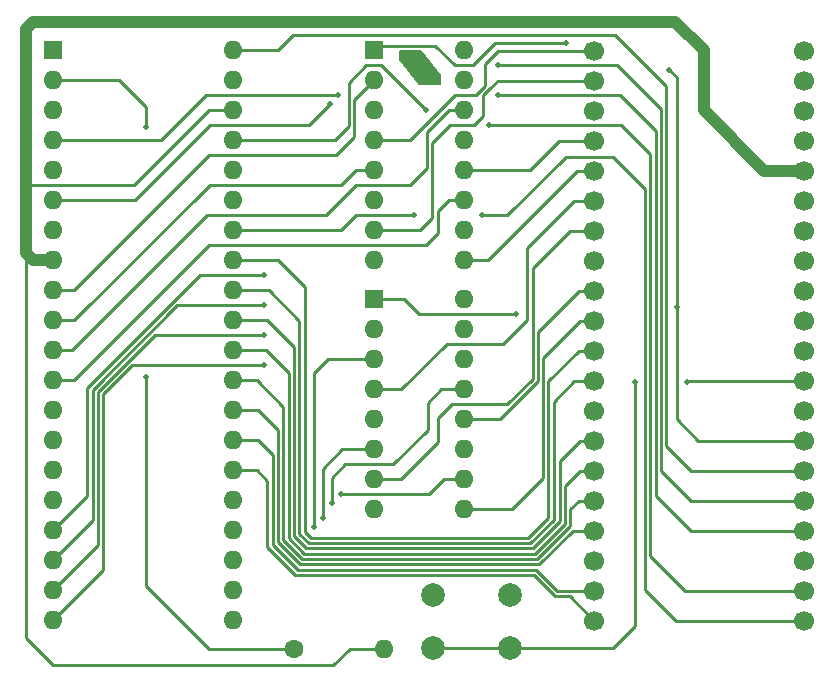
<source format=gbr>
%TF.GenerationSoftware,KiCad,Pcbnew,(6.0.8)*%
%TF.CreationDate,2022-11-05T16:02:49+08:00*%
%TF.ProjectId,pico_apple1,7069636f-5f61-4707-906c-65312e6b6963,rev?*%
%TF.SameCoordinates,Original*%
%TF.FileFunction,Copper,L1,Top*%
%TF.FilePolarity,Positive*%
%FSLAX46Y46*%
G04 Gerber Fmt 4.6, Leading zero omitted, Abs format (unit mm)*
G04 Created by KiCad (PCBNEW (6.0.8)) date 2022-11-05 16:02:49*
%MOMM*%
%LPD*%
G01*
G04 APERTURE LIST*
%TA.AperFunction,ComponentPad*%
%ADD10C,1.700000*%
%TD*%
%TA.AperFunction,ComponentPad*%
%ADD11O,1.600000X1.600000*%
%TD*%
%TA.AperFunction,ComponentPad*%
%ADD12R,1.600000X1.600000*%
%TD*%
%TA.AperFunction,ComponentPad*%
%ADD13C,2.000000*%
%TD*%
%TA.AperFunction,ComponentPad*%
%ADD14C,1.600000*%
%TD*%
%TA.AperFunction,ViaPad*%
%ADD15C,0.500000*%
%TD*%
%TA.AperFunction,ViaPad*%
%ADD16C,1.000000*%
%TD*%
%TA.AperFunction,Conductor*%
%ADD17C,0.250000*%
%TD*%
%TA.AperFunction,Conductor*%
%ADD18C,1.000000*%
%TD*%
G04 APERTURE END LIST*
D10*
%TO.P,U4,1,GP0*%
%TO.N,Net-(U2-Pad4)*%
X77724000Y-40949000D03*
%TO.P,U4,2,GP1*%
%TO.N,Net-(U2-Pad7)*%
X77724000Y-43489000D03*
%TO.P,U4,3,GND*%
%TO.N,GND*%
X77724000Y-46029000D03*
%TO.P,U4,4,GP2*%
%TO.N,Net-(U2-Pad12)*%
X77724000Y-48569000D03*
%TO.P,U4,5,GP3*%
%TO.N,Net-(U2-Pad9)*%
X77724000Y-51109000D03*
%TO.P,U4,6,GP4*%
%TO.N,Net-(U3-Pad4)*%
X77724000Y-53649000D03*
%TO.P,U4,7,GP5*%
%TO.N,Net-(U3-Pad7)*%
X77724000Y-56189000D03*
%TO.P,U4,8,GND*%
%TO.N,GND*%
X77724000Y-58729000D03*
%TO.P,U4,9,GP6*%
%TO.N,Net-(U3-Pad12)*%
X77724000Y-61269000D03*
%TO.P,U4,10,GP7*%
%TO.N,Net-(U3-Pad9)*%
X77724000Y-63809000D03*
%TO.P,U4,11,GP8*%
%TO.N,Net-(U1-Pad33)*%
X77724000Y-66349000D03*
%TO.P,U4,12,GP9*%
%TO.N,Net-(U1-Pad32)*%
X77724000Y-68889000D03*
%TO.P,U4,13,GND*%
%TO.N,GND*%
X77724000Y-71429000D03*
%TO.P,U4,14,GP10*%
%TO.N,Net-(U1-Pad31)*%
X77724000Y-73969000D03*
%TO.P,U4,15,GP11*%
%TO.N,Net-(U1-Pad30)*%
X77724000Y-76509000D03*
%TO.P,U4,16,GP12*%
%TO.N,Net-(U1-Pad29)*%
X77724000Y-79049000D03*
%TO.P,U4,17,GP13*%
%TO.N,Net-(U1-Pad28)*%
X77724000Y-81589000D03*
%TO.P,U4,18,GND*%
%TO.N,GND*%
X77724000Y-84129000D03*
%TO.P,U4,19,GP14*%
%TO.N,Net-(U1-Pad27)*%
X77724000Y-86669000D03*
%TO.P,U4,20,GP15*%
%TO.N,Net-(U1-Pad26)*%
X77724000Y-89209000D03*
%TO.P,U4,21,GP16*%
%TO.N,/R{slash}W*%
X95504000Y-89209000D03*
%TO.P,U4,22,GP17*%
%TO.N,/CLK*%
X95504000Y-86669000D03*
%TO.P,U4,23,GND*%
%TO.N,GND*%
X95504000Y-84129000D03*
%TO.P,U4,24,GP18*%
%TO.N,/~{IRQ}*%
X95504000Y-81589000D03*
%TO.P,U4,25,GP19*%
%TO.N,/~{NMI}*%
X95504000Y-79049000D03*
%TO.P,U4,26,GP20*%
%TO.N,/~{RST}*%
X95504000Y-76509000D03*
%TO.P,U4,27,GP21*%
%TO.N,/AS*%
X95504000Y-73969000D03*
%TO.P,U4,28,GND*%
%TO.N,GND*%
X95504000Y-71429000D03*
%TO.P,U4,29,GP22*%
%TO.N,Net-(U4-Pad29)*%
X95504000Y-68889000D03*
%TO.P,U4,30,RUN*%
%TO.N,unconnected-(U4-Pad30)*%
X95504000Y-66349000D03*
%TO.P,U4,31,GP26*%
%TO.N,unconnected-(U4-Pad31)*%
X95504000Y-63809000D03*
%TO.P,U4,32,GP27*%
%TO.N,unconnected-(U4-Pad32)*%
X95504000Y-61269000D03*
%TO.P,U4,33,GND*%
%TO.N,GND*%
X95504000Y-58729000D03*
%TO.P,U4,34,GP28*%
%TO.N,unconnected-(U4-Pad34)*%
X95504000Y-56189000D03*
%TO.P,U4,35,ADC_VREF*%
%TO.N,unconnected-(U4-Pad35)*%
X95504000Y-53649000D03*
%TO.P,U4,36,3V3(OUT)*%
%TO.N,+3V3*%
X95504000Y-51109000D03*
%TO.P,U4,37,3V3_EN*%
%TO.N,unconnected-(U4-Pad37)*%
X95504000Y-48569000D03*
%TO.P,U4,38,GND*%
%TO.N,GND*%
X95504000Y-46029000D03*
%TO.P,U4,39,VSYS*%
%TO.N,unconnected-(U4-Pad39)*%
X95504000Y-43489000D03*
%TO.P,U4,40,VBUS*%
%TO.N,unconnected-(U4-Pad40)*%
X95504000Y-40949000D03*
%TD*%
D11*
%TO.P,U3,16,VCC*%
%TO.N,+3V3*%
X66685000Y-61991000D03*
%TO.P,U3,15,E*%
%TO.N,GND*%
X66685000Y-64531000D03*
%TO.P,U3,14,I0d*%
%TO.N,Net-(U3-Pad14)*%
X66685000Y-67071000D03*
%TO.P,U3,13,I1d*%
%TO.N,Net-(U1-Pad24)*%
X66685000Y-69611000D03*
%TO.P,U3,12,Zd*%
%TO.N,Net-(U3-Pad12)*%
X66685000Y-72151000D03*
%TO.P,U3,11,I0c*%
%TO.N,Net-(U3-Pad11)*%
X66685000Y-74691000D03*
%TO.P,U3,10,I1c*%
%TO.N,Net-(U3-Pad10)*%
X66685000Y-77231000D03*
%TO.P,U3,9,Zc*%
%TO.N,Net-(U3-Pad9)*%
X66685000Y-79771000D03*
%TO.P,U3,8,GND*%
%TO.N,GND*%
X59065000Y-79771000D03*
%TO.P,U3,7,Zb*%
%TO.N,Net-(U3-Pad7)*%
X59065000Y-77231000D03*
%TO.P,U3,6,I1b*%
%TO.N,Net-(U1-Pad23)*%
X59065000Y-74691000D03*
%TO.P,U3,5,I0b*%
%TO.N,Net-(U1-Pad14)*%
X59065000Y-72151000D03*
%TO.P,U3,4,Za*%
%TO.N,Net-(U3-Pad4)*%
X59065000Y-69611000D03*
%TO.P,U3,3,I1a*%
%TO.N,Net-(U1-Pad22)*%
X59065000Y-67071000D03*
%TO.P,U3,2,I0a*%
%TO.N,Net-(U1-Pad13)*%
X59065000Y-64531000D03*
D12*
%TO.P,U3,1,S*%
%TO.N,/AS*%
X59065000Y-61991000D03*
%TD*%
%TO.P,U2,1,S*%
%TO.N,/AS*%
X59065000Y-40899000D03*
D11*
%TO.P,U2,2,I0a*%
%TO.N,Net-(U1-Pad9)*%
X59065000Y-43439000D03*
%TO.P,U2,3,I1a*%
%TO.N,Net-(U1-Pad17)*%
X59065000Y-45979000D03*
%TO.P,U2,4,Za*%
%TO.N,Net-(U2-Pad4)*%
X59065000Y-48519000D03*
%TO.P,U2,5,I0b*%
%TO.N,Net-(U1-Pad10)*%
X59065000Y-51059000D03*
%TO.P,U2,6,I1b*%
%TO.N,Net-(U1-Pad18)*%
X59065000Y-53599000D03*
%TO.P,U2,7,Zb*%
%TO.N,Net-(U2-Pad7)*%
X59065000Y-56139000D03*
%TO.P,U2,8,GND*%
%TO.N,GND*%
X59065000Y-58679000D03*
%TO.P,U2,9,Zc*%
%TO.N,Net-(U2-Pad9)*%
X66685000Y-58679000D03*
%TO.P,U2,10,I1c*%
%TO.N,Net-(U2-Pad10)*%
X66685000Y-56139000D03*
%TO.P,U2,11,I0c*%
%TO.N,Net-(U2-Pad11)*%
X66685000Y-53599000D03*
%TO.P,U2,12,Zd*%
%TO.N,Net-(U2-Pad12)*%
X66685000Y-51059000D03*
%TO.P,U2,13,I1d*%
%TO.N,Net-(U2-Pad13)*%
X66685000Y-48519000D03*
%TO.P,U2,14,I0d*%
%TO.N,Net-(U2-Pad14)*%
X66685000Y-45979000D03*
%TO.P,U2,15,E*%
%TO.N,GND*%
X66685000Y-43439000D03*
%TO.P,U2,16,VCC*%
%TO.N,+3V3*%
X66685000Y-40899000D03*
%TD*%
D12*
%TO.P,U1,1,VPB*%
%TO.N,unconnected-(U1-Pad1)*%
X31872000Y-40899000D03*
D11*
%TO.P,U1,2,RDY*%
%TO.N,Net-(R1-Pad1)*%
X31872000Y-43439000D03*
%TO.P,U1,3,PHI1O*%
%TO.N,unconnected-(U1-Pad3)*%
X31872000Y-45979000D03*
%TO.P,U1,4,IRQB*%
%TO.N,/~{IRQ}*%
X31872000Y-48519000D03*
%TO.P,U1,5,MLB*%
%TO.N,unconnected-(U1-Pad5)*%
X31872000Y-51059000D03*
%TO.P,U1,6,NMIB*%
%TO.N,/~{NMI}*%
X31872000Y-53599000D03*
%TO.P,U1,7,SYNC*%
%TO.N,unconnected-(U1-Pad7)*%
X31872000Y-56139000D03*
%TO.P,U1,8,VDD*%
%TO.N,+3V3*%
X31872000Y-58679000D03*
%TO.P,U1,9,A0*%
%TO.N,Net-(U1-Pad9)*%
X31872000Y-61219000D03*
%TO.P,U1,10,A1*%
%TO.N,Net-(U1-Pad10)*%
X31872000Y-63759000D03*
%TO.P,U1,11,A2*%
%TO.N,Net-(U2-Pad14)*%
X31872000Y-66299000D03*
%TO.P,U1,12,A3*%
%TO.N,Net-(U2-Pad11)*%
X31872000Y-68839000D03*
%TO.P,U1,13,A4*%
%TO.N,Net-(U1-Pad13)*%
X31872000Y-71379000D03*
%TO.P,U1,14,A5*%
%TO.N,Net-(U1-Pad14)*%
X31872000Y-73919000D03*
%TO.P,U1,15,A6*%
%TO.N,Net-(U3-Pad14)*%
X31872000Y-76459000D03*
%TO.P,U1,16,A7*%
%TO.N,Net-(U3-Pad11)*%
X31872000Y-78999000D03*
%TO.P,U1,17,A8*%
%TO.N,Net-(U1-Pad17)*%
X31872000Y-81539000D03*
%TO.P,U1,18,A9*%
%TO.N,Net-(U1-Pad18)*%
X31872000Y-84079000D03*
%TO.P,U1,19,A10*%
%TO.N,Net-(U2-Pad13)*%
X31872000Y-86619000D03*
%TO.P,U1,20,A11*%
%TO.N,Net-(U2-Pad10)*%
X31872000Y-89159000D03*
%TO.P,U1,21,VSS*%
%TO.N,GND*%
X47112000Y-89159000D03*
%TO.P,U1,22,A12*%
%TO.N,Net-(U1-Pad22)*%
X47112000Y-86619000D03*
%TO.P,U1,23,A13*%
%TO.N,Net-(U1-Pad23)*%
X47112000Y-84079000D03*
%TO.P,U1,24,A14*%
%TO.N,Net-(U1-Pad24)*%
X47112000Y-81539000D03*
%TO.P,U1,25,A15*%
%TO.N,Net-(U3-Pad10)*%
X47112000Y-78999000D03*
%TO.P,U1,26,D7*%
%TO.N,Net-(U1-Pad26)*%
X47112000Y-76459000D03*
%TO.P,U1,27,D6*%
%TO.N,Net-(U1-Pad27)*%
X47112000Y-73919000D03*
%TO.P,U1,28,D5*%
%TO.N,Net-(U1-Pad28)*%
X47112000Y-71379000D03*
%TO.P,U1,29,D4*%
%TO.N,Net-(U1-Pad29)*%
X47112000Y-68839000D03*
%TO.P,U1,30,D3*%
%TO.N,Net-(U1-Pad30)*%
X47112000Y-66299000D03*
%TO.P,U1,31,D2*%
%TO.N,Net-(U1-Pad31)*%
X47112000Y-63759000D03*
%TO.P,U1,32,D1*%
%TO.N,Net-(U1-Pad32)*%
X47112000Y-61219000D03*
%TO.P,U1,33,D0*%
%TO.N,Net-(U1-Pad33)*%
X47112000Y-58679000D03*
%TO.P,U1,34,RWB*%
%TO.N,/R{slash}W*%
X47112000Y-56139000D03*
%TO.P,U1,35,NC*%
%TO.N,unconnected-(U1-Pad35)*%
X47112000Y-53599000D03*
%TO.P,U1,36,BE*%
%TO.N,+3V3*%
X47112000Y-51059000D03*
%TO.P,U1,37,PHI2*%
%TO.N,/CLK*%
X47112000Y-48519000D03*
%TO.P,U1,38,SOB*%
%TO.N,+3V3*%
X47112000Y-45979000D03*
%TO.P,U1,39,PHI2O*%
%TO.N,unconnected-(U1-Pad39)*%
X47112000Y-43439000D03*
%TO.P,U1,40,RESB*%
%TO.N,/~{RST}*%
X47112000Y-40899000D03*
%TD*%
D13*
%TO.P,SW1,2,2*%
%TO.N,Net-(U4-Pad29)*%
X70560000Y-91531000D03*
X64060000Y-91531000D03*
%TO.P,SW1,1,1*%
%TO.N,GND*%
X70560000Y-87031000D03*
X64060000Y-87031000D03*
%TD*%
D11*
%TO.P,R1,2*%
%TO.N,+3V3*%
X59944000Y-91567000D03*
D14*
%TO.P,R1,1*%
%TO.N,Net-(R1-Pad1)*%
X52324000Y-91567000D03*
%TD*%
D15*
%TO.N,GND*%
X62733000Y-41280000D03*
X61717000Y-41280000D03*
X63114000Y-43312000D03*
X64257000Y-43312000D03*
D16*
%TO.N,+3V3*%
X70739000Y-38481000D03*
X66675000Y-38481000D03*
D15*
%TO.N,Net-(U4-Pad29)*%
X85598000Y-68961000D03*
X81153000Y-68961000D03*
%TO.N,Net-(R1-Pad1)*%
X39751000Y-47371000D03*
X39751000Y-68580000D03*
%TO.N,/AS*%
X84709000Y-62611000D03*
X71120000Y-63246000D03*
X84074000Y-42545000D03*
X75311000Y-40259000D03*
%TO.N,/~{NMI}*%
X69596000Y-42164000D03*
X55372000Y-45466000D03*
%TO.N,/~{IRQ}*%
X69596000Y-44704000D03*
X56007000Y-44704000D03*
%TO.N,/CLK*%
X68834000Y-47244000D03*
X63500000Y-45974000D03*
%TO.N,/R{slash}W*%
X68199000Y-54864000D03*
X62484000Y-54864000D03*
%TO.N,Net-(U3-Pad10)*%
X56261000Y-78486000D03*
%TO.N,Net-(U1-Pad24)*%
X55499000Y-79248000D03*
%TO.N,Net-(U1-Pad23)*%
X54737000Y-80518000D03*
%TO.N,Net-(U1-Pad22)*%
X53975000Y-81280000D03*
%TO.N,Net-(U2-Pad10)*%
X49784000Y-67564000D03*
%TO.N,Net-(U2-Pad13)*%
X49784000Y-65024000D03*
%TO.N,Net-(U1-Pad18)*%
X49784000Y-62484000D03*
%TO.N,Net-(U1-Pad17)*%
X49784000Y-59944000D03*
%TD*%
D17*
%TO.N,/AS*%
X65903000Y-42164000D02*
X67437000Y-42164000D01*
X67437000Y-42164000D02*
X69342000Y-40259000D01*
X69342000Y-40259000D02*
X75311000Y-40259000D01*
X64257000Y-40518000D02*
X65903000Y-42164000D01*
X59446000Y-40518000D02*
X64257000Y-40518000D01*
X59065000Y-40899000D02*
X59446000Y-40518000D01*
%TO.N,Net-(R1-Pad1)*%
X39751000Y-86233000D02*
X45085000Y-91567000D01*
X39751000Y-68580000D02*
X39751000Y-86233000D01*
X45085000Y-91567000D02*
X52324000Y-91567000D01*
%TO.N,Net-(U2-Pad10)*%
X36148000Y-70028188D02*
X38612188Y-67564000D01*
X36148000Y-84883000D02*
X36148000Y-70028188D01*
X31872000Y-89159000D02*
X36148000Y-84883000D01*
X38612188Y-67564000D02*
X49784000Y-67564000D01*
%TO.N,Net-(U2-Pad13)*%
X40515792Y-65024000D02*
X49784000Y-65024000D01*
X31872000Y-86619000D02*
X35698000Y-82793000D01*
X35698000Y-82793000D02*
X35698000Y-69841792D01*
X35698000Y-69841792D02*
X40515792Y-65024000D01*
%TO.N,Net-(U1-Pad18)*%
X35248000Y-69655396D02*
X42419396Y-62484000D01*
X42419396Y-62484000D02*
X49784000Y-62484000D01*
X35248000Y-80703000D02*
X35248000Y-69655396D01*
X31872000Y-84079000D02*
X35248000Y-80703000D01*
%TO.N,Net-(U1-Pad17)*%
X44323000Y-59944000D02*
X49784000Y-59944000D01*
X34798000Y-69469000D02*
X44323000Y-59944000D01*
X34798000Y-78613000D02*
X34798000Y-69469000D01*
X31872000Y-81539000D02*
X34798000Y-78613000D01*
%TO.N,/~{NMI}*%
X38857000Y-53599000D02*
X31872000Y-53599000D01*
X45212000Y-47244000D02*
X38857000Y-53599000D01*
X53594000Y-47244000D02*
X45212000Y-47244000D01*
X55372000Y-45466000D02*
X53594000Y-47244000D01*
%TO.N,/~{IRQ}*%
X44831000Y-44704000D02*
X41016000Y-48519000D01*
X56007000Y-44704000D02*
X44831000Y-44704000D01*
X41016000Y-48519000D02*
X31872000Y-48519000D01*
%TO.N,/CLK*%
X56954000Y-47313000D02*
X55748000Y-48519000D01*
X55748000Y-48519000D02*
X47112000Y-48519000D01*
X58420000Y-42164000D02*
X56954000Y-43630000D01*
X59690000Y-42164000D02*
X58420000Y-42164000D01*
X56954000Y-43630000D02*
X56954000Y-47313000D01*
X63500000Y-45974000D02*
X59690000Y-42164000D01*
%TO.N,Net-(U1-Pad9)*%
X55880000Y-49784000D02*
X45085000Y-49784000D01*
X33650000Y-61219000D02*
X31872000Y-61219000D01*
X57404000Y-48260000D02*
X55880000Y-49784000D01*
X57404000Y-45100000D02*
X57404000Y-48260000D01*
X45085000Y-49784000D02*
X33650000Y-61219000D01*
X59065000Y-43439000D02*
X57404000Y-45100000D01*
D18*
%TO.N,+3V3*%
X70739000Y-38481000D02*
X30226000Y-38481000D01*
D17*
%TO.N,/~{NMI}*%
X83370000Y-76512000D02*
X85907000Y-79049000D01*
X85907000Y-79049000D02*
X95504000Y-79049000D01*
X83370000Y-45905000D02*
X83370000Y-76512000D01*
X79629000Y-42164000D02*
X83370000Y-45905000D01*
X69596000Y-42164000D02*
X79629000Y-42164000D01*
%TO.N,Net-(U2-Pad4)*%
X62098000Y-48519000D02*
X59065000Y-48519000D01*
X65913000Y-44704000D02*
X62098000Y-48519000D01*
X68453000Y-43942000D02*
X67691000Y-44704000D01*
X68453000Y-42037000D02*
X68453000Y-43942000D01*
X77724000Y-40949000D02*
X69541000Y-40949000D01*
X69541000Y-40949000D02*
X68453000Y-42037000D01*
X67691000Y-44704000D02*
X65913000Y-44704000D01*
%TO.N,/R{slash}W*%
X84637000Y-89209000D02*
X95504000Y-89209000D01*
X82020000Y-86592000D02*
X84637000Y-89209000D01*
X79271000Y-49934000D02*
X82020000Y-52683000D01*
X70358000Y-54864000D02*
X75288000Y-49934000D01*
X82020000Y-52683000D02*
X82020000Y-86592000D01*
X68199000Y-54864000D02*
X70358000Y-54864000D01*
X75288000Y-49934000D02*
X79271000Y-49934000D01*
%TO.N,/CLK*%
X85399000Y-86669000D02*
X95504000Y-86669000D01*
X82470000Y-83740000D02*
X85399000Y-86669000D01*
X82470000Y-49704000D02*
X82470000Y-83740000D01*
X80010000Y-47244000D02*
X82470000Y-49704000D01*
X68834000Y-47244000D02*
X80010000Y-47244000D01*
%TO.N,/~{IRQ}*%
X85907000Y-81589000D02*
X95504000Y-81589000D01*
X82920000Y-47741000D02*
X82920000Y-78602000D01*
X82920000Y-78602000D02*
X85907000Y-81589000D01*
X79883000Y-44704000D02*
X82920000Y-47741000D01*
X69596000Y-44704000D02*
X79883000Y-44704000D01*
%TO.N,Net-(U2-Pad7)*%
X69541000Y-43489000D02*
X77724000Y-43489000D01*
X68903000Y-44127000D02*
X69541000Y-43489000D01*
X68903000Y-44128396D02*
X68903000Y-44127000D01*
X67564000Y-47244000D02*
X68326000Y-46482000D01*
X68326000Y-44705396D02*
X68903000Y-44128396D01*
X64008000Y-48768000D02*
X65532000Y-47244000D01*
X64008000Y-55118000D02*
X64008000Y-48768000D01*
X62987000Y-56139000D02*
X64008000Y-55118000D01*
X65532000Y-47244000D02*
X67564000Y-47244000D01*
X59065000Y-56139000D02*
X62987000Y-56139000D01*
X68326000Y-46482000D02*
X68326000Y-44705396D01*
%TO.N,+3V3*%
X29591000Y-90678000D02*
X29591000Y-58039000D01*
X31877000Y-92964000D02*
X29591000Y-90678000D01*
X55626000Y-92964000D02*
X31877000Y-92964000D01*
X57023000Y-91567000D02*
X55626000Y-92964000D01*
X59944000Y-91567000D02*
X57023000Y-91567000D01*
X38735000Y-52324000D02*
X29591000Y-52324000D01*
X45080000Y-45979000D02*
X38735000Y-52324000D01*
X47112000Y-45979000D02*
X45080000Y-45979000D01*
D18*
X29591000Y-39116000D02*
X29591000Y-52324000D01*
X29591000Y-52324000D02*
X29591000Y-58039000D01*
X30231000Y-58679000D02*
X31872000Y-58679000D01*
X30226000Y-38481000D02*
X29591000Y-39116000D01*
X86995000Y-40894000D02*
X84582000Y-38481000D01*
X84582000Y-38481000D02*
X70739000Y-38481000D01*
X29591000Y-58039000D02*
X30231000Y-58679000D01*
X86995000Y-45974000D02*
X86995000Y-40894000D01*
X92130000Y-51109000D02*
X86995000Y-45974000D01*
X95504000Y-51109000D02*
X92130000Y-51109000D01*
D17*
%TO.N,/~{RST}*%
X52197000Y-39624000D02*
X50922000Y-40899000D01*
X79502000Y-39624000D02*
X52197000Y-39624000D01*
X83820000Y-43942000D02*
X79502000Y-39624000D01*
X83820000Y-74422000D02*
X83820000Y-43942000D01*
X85907000Y-76509000D02*
X83820000Y-74422000D01*
X50922000Y-40899000D02*
X47112000Y-40899000D01*
X95504000Y-76509000D02*
X85907000Y-76509000D01*
%TO.N,/AS*%
X71120000Y-63246000D02*
X62865000Y-63246000D01*
X62865000Y-63246000D02*
X61610000Y-61991000D01*
X61610000Y-61991000D02*
X59065000Y-61991000D01*
%TO.N,Net-(U3-Pad4)*%
X61389500Y-69611000D02*
X59065000Y-69611000D01*
X72045000Y-57622000D02*
X72045000Y-63718000D01*
X72045000Y-63718000D02*
X69977000Y-65786000D01*
X76018000Y-53649000D02*
X72045000Y-57622000D01*
X65214500Y-65786000D02*
X61389500Y-69611000D01*
X77724000Y-53649000D02*
X76018000Y-53649000D01*
X69977000Y-65786000D02*
X65214500Y-65786000D01*
%TO.N,Net-(U3-Pad7)*%
X61326000Y-77231000D02*
X59065000Y-77231000D01*
X64516000Y-72009000D02*
X64516000Y-74041000D01*
X72495000Y-68727604D02*
X70356604Y-70866000D01*
X72495000Y-59331000D02*
X72495000Y-68727604D01*
X70356604Y-70866000D02*
X65659000Y-70866000D01*
X75637000Y-56189000D02*
X72495000Y-59331000D01*
X65659000Y-70866000D02*
X64516000Y-72009000D01*
X77724000Y-56189000D02*
X75637000Y-56189000D01*
X64516000Y-74041000D02*
X61326000Y-77231000D01*
%TO.N,Net-(U3-Pad12)*%
X69708000Y-72151000D02*
X72945000Y-68914000D01*
X76426500Y-61269000D02*
X77724000Y-61269000D01*
X66685000Y-72151000D02*
X69708000Y-72151000D01*
X72945000Y-68914000D02*
X72945000Y-64750500D01*
X72945000Y-64750500D02*
X76426500Y-61269000D01*
%TO.N,Net-(U3-Pad9)*%
X73395000Y-66940000D02*
X76526000Y-63809000D01*
X76526000Y-63809000D02*
X77724000Y-63809000D01*
X73395000Y-77100000D02*
X73395000Y-66940000D01*
X70724000Y-79771000D02*
X73395000Y-77100000D01*
X66685000Y-79771000D02*
X70724000Y-79771000D01*
%TO.N,Net-(U1-Pad33)*%
X76399000Y-66349000D02*
X77724000Y-66349000D01*
X73845000Y-80460000D02*
X73845000Y-68903000D01*
X72136000Y-82169000D02*
X73845000Y-80460000D01*
X53721000Y-82169000D02*
X72136000Y-82169000D01*
X73845000Y-68903000D02*
X76399000Y-66349000D01*
X53213000Y-60960000D02*
X53213000Y-81661000D01*
X50932000Y-58679000D02*
X53213000Y-60960000D01*
X53213000Y-81661000D02*
X53721000Y-82169000D01*
X47112000Y-58679000D02*
X50932000Y-58679000D01*
%TO.N,Net-(U1-Pad31)*%
X76526000Y-73969000D02*
X77724000Y-73969000D01*
X72508792Y-83069000D02*
X74792000Y-80785792D01*
X53348208Y-83069000D02*
X72508792Y-83069000D01*
X52288000Y-66004000D02*
X52288000Y-82008792D01*
X52288000Y-82008792D02*
X53348208Y-83069000D01*
X50043000Y-63759000D02*
X52288000Y-66004000D01*
X74792000Y-80785792D02*
X74792000Y-75703000D01*
X74792000Y-75703000D02*
X76526000Y-73969000D01*
X47112000Y-63759000D02*
X50043000Y-63759000D01*
%TO.N,Net-(U1-Pad30)*%
X76526000Y-76509000D02*
X77724000Y-76509000D01*
X75242000Y-77793000D02*
X76526000Y-76509000D01*
X53161812Y-83519000D02*
X72695188Y-83519000D01*
X72695188Y-83519000D02*
X75242000Y-80972188D01*
X75242000Y-80972188D02*
X75242000Y-77793000D01*
X51838000Y-82195188D02*
X53161812Y-83519000D01*
X51838000Y-68221000D02*
X51838000Y-82195188D01*
X47112000Y-66299000D02*
X49916000Y-66299000D01*
X49916000Y-66299000D02*
X51838000Y-68221000D01*
%TO.N,Net-(U1-Pad29)*%
X76399000Y-79049000D02*
X77724000Y-79049000D01*
X75692000Y-81158584D02*
X75692000Y-79756000D01*
X75692000Y-79756000D02*
X76399000Y-79049000D01*
X72881584Y-83969000D02*
X75692000Y-81158584D01*
X52975416Y-83969000D02*
X72881584Y-83969000D01*
X51388000Y-71073000D02*
X51388000Y-82381584D01*
X49154000Y-68839000D02*
X51388000Y-71073000D01*
X51388000Y-82381584D02*
X52975416Y-83969000D01*
X47112000Y-68839000D02*
X49154000Y-68839000D01*
%TO.N,Net-(U1-Pad32)*%
X76045500Y-68889000D02*
X77724000Y-68889000D01*
X74295000Y-80646396D02*
X74295000Y-70639500D01*
X74295000Y-70639500D02*
X76045500Y-68889000D01*
X52738000Y-81822396D02*
X53534604Y-82619000D01*
X53534604Y-82619000D02*
X72322396Y-82619000D01*
X52738000Y-63787000D02*
X52738000Y-81822396D01*
X72322396Y-82619000D02*
X74295000Y-80646396D01*
X50170000Y-61219000D02*
X52738000Y-63787000D01*
X47112000Y-61219000D02*
X50170000Y-61219000D01*
%TO.N,Net-(U4-Pad29)*%
X85670000Y-68889000D02*
X95504000Y-68889000D01*
X85598000Y-68961000D02*
X85670000Y-68889000D01*
X79284000Y-91531000D02*
X70560000Y-91531000D01*
X81153000Y-89662000D02*
X79284000Y-91531000D01*
X81153000Y-68961000D02*
X81153000Y-89662000D01*
X64060000Y-91531000D02*
X70560000Y-91531000D01*
%TO.N,Net-(R1-Pad1)*%
X39751000Y-45720000D02*
X39751000Y-47371000D01*
X37470000Y-43439000D02*
X39751000Y-45720000D01*
X31872000Y-43439000D02*
X37470000Y-43439000D01*
%TO.N,Net-(U1-Pad10)*%
X57526000Y-51059000D02*
X59065000Y-51059000D01*
X56261000Y-52324000D02*
X57526000Y-51059000D01*
X33713500Y-63759000D02*
X45148500Y-52324000D01*
X45148500Y-52324000D02*
X56261000Y-52324000D01*
X31872000Y-63759000D02*
X33713500Y-63759000D01*
%TO.N,Net-(U1-Pad26)*%
X50038000Y-77343000D02*
X49154000Y-76459000D01*
X50038000Y-82940772D02*
X50038000Y-77343000D01*
X72617604Y-85319000D02*
X52416228Y-85319000D01*
X52416228Y-85319000D02*
X50038000Y-82940772D01*
X75634000Y-87119000D02*
X74417604Y-87119000D01*
X77724000Y-89209000D02*
X75634000Y-87119000D01*
X74417604Y-87119000D02*
X72617604Y-85319000D01*
X49154000Y-76459000D02*
X47112000Y-76459000D01*
%TO.N,Net-(U1-Pad28)*%
X75897980Y-81589000D02*
X77724000Y-81589000D01*
X52789020Y-84419000D02*
X73067980Y-84419000D01*
X50938000Y-82567980D02*
X52789020Y-84419000D01*
X73067980Y-84419000D02*
X75897980Y-81589000D01*
X47112000Y-71379000D02*
X49281000Y-71379000D01*
X49281000Y-71379000D02*
X50938000Y-73036000D01*
X50938000Y-73036000D02*
X50938000Y-82567980D01*
%TO.N,Net-(U1-Pad27)*%
X52602624Y-84869000D02*
X72804000Y-84869000D01*
X72804000Y-84869000D02*
X74604000Y-86669000D01*
X74604000Y-86669000D02*
X77724000Y-86669000D01*
X50488000Y-82754376D02*
X52602624Y-84869000D01*
X49281000Y-73919000D02*
X50488000Y-75126000D01*
X50488000Y-75126000D02*
X50488000Y-82754376D01*
X47112000Y-73919000D02*
X49281000Y-73919000D01*
%TO.N,Net-(U1-Pad22)*%
X53975000Y-68262500D02*
X55166500Y-67071000D01*
X53975000Y-81280000D02*
X53975000Y-68262500D01*
X55166500Y-67071000D02*
X59065000Y-67071000D01*
%TO.N,Net-(U1-Pad23)*%
X54737000Y-76327000D02*
X56373000Y-74691000D01*
X54737000Y-80518000D02*
X54737000Y-76327000D01*
X56373000Y-74691000D02*
X59065000Y-74691000D01*
%TO.N,Net-(U1-Pad24)*%
X63627000Y-73025000D02*
X63627000Y-70739000D01*
X64755000Y-69611000D02*
X66685000Y-69611000D01*
X60706000Y-75946000D02*
X63627000Y-73025000D01*
X63627000Y-70739000D02*
X64755000Y-69611000D01*
X56642000Y-75946000D02*
X60706000Y-75946000D01*
X55499000Y-77089000D02*
X56642000Y-75946000D01*
X55499000Y-79248000D02*
X55499000Y-77089000D01*
%TO.N,Net-(U3-Pad10)*%
X56261000Y-78486000D02*
X63754000Y-78486000D01*
X63754000Y-78486000D02*
X65009000Y-77231000D01*
X65009000Y-77231000D02*
X66685000Y-77231000D01*
%TO.N,/AS*%
X84709000Y-43180000D02*
X84074000Y-42545000D01*
X84709000Y-62611000D02*
X84709000Y-43180000D01*
X84709000Y-72136000D02*
X86542000Y-73969000D01*
X84709000Y-62611000D02*
X84709000Y-72136000D01*
X86542000Y-73969000D02*
X95504000Y-73969000D01*
%TO.N,Net-(U2-Pad14)*%
X33523000Y-66299000D02*
X31872000Y-66299000D01*
X57531000Y-52324000D02*
X54991000Y-54864000D01*
X44958000Y-54864000D02*
X33523000Y-66299000D01*
X63558000Y-50869000D02*
X62103000Y-52324000D01*
X63558000Y-47821000D02*
X63558000Y-50869000D01*
X54991000Y-54864000D02*
X44958000Y-54864000D01*
X65400000Y-45979000D02*
X63558000Y-47821000D01*
X62103000Y-52324000D02*
X57531000Y-52324000D01*
X66685000Y-45979000D02*
X65400000Y-45979000D01*
%TO.N,/R{slash}W*%
X57531000Y-54864000D02*
X62484000Y-54864000D01*
X57404000Y-54991000D02*
X57531000Y-54864000D01*
X47112000Y-56139000D02*
X56256000Y-56139000D01*
X56256000Y-56139000D02*
X57404000Y-54991000D01*
%TO.N,Net-(U2-Pad11)*%
X64516000Y-56388000D02*
X64516000Y-54483000D01*
X64516000Y-54483000D02*
X65400000Y-53599000D01*
X63500000Y-57404000D02*
X64516000Y-56388000D01*
X33650000Y-68839000D02*
X45085000Y-57404000D01*
X45085000Y-57404000D02*
X63500000Y-57404000D01*
X65400000Y-53599000D02*
X66685000Y-53599000D01*
X31872000Y-68839000D02*
X33650000Y-68839000D01*
%TO.N,Net-(U2-Pad12)*%
X74779750Y-48569000D02*
X77724000Y-48569000D01*
X72289750Y-51059000D02*
X74779750Y-48569000D01*
X66685000Y-51059000D02*
X72289750Y-51059000D01*
%TO.N,Net-(U2-Pad9)*%
X68702000Y-58679000D02*
X76272000Y-51109000D01*
X76272000Y-51109000D02*
X77724000Y-51109000D01*
X66685000Y-58679000D02*
X68702000Y-58679000D01*
%TD*%
%TA.AperFunction,Conductor*%
%TO.N,GND*%
G36*
X63123268Y-40917907D02*
G01*
X63143718Y-40937862D01*
X64744641Y-43031377D01*
X64765000Y-43091515D01*
X64765000Y-43721000D01*
X64746093Y-43779191D01*
X64696593Y-43815155D01*
X64666000Y-43820000D01*
X62908923Y-43820000D01*
X62850732Y-43801093D01*
X62830282Y-43781138D01*
X61229359Y-41687623D01*
X61209000Y-41627485D01*
X61209000Y-40998000D01*
X61227907Y-40939809D01*
X61277407Y-40903845D01*
X61308000Y-40899000D01*
X63065077Y-40899000D01*
X63123268Y-40917907D01*
G37*
%TD.AperFunction*%
%TD*%
M02*

</source>
